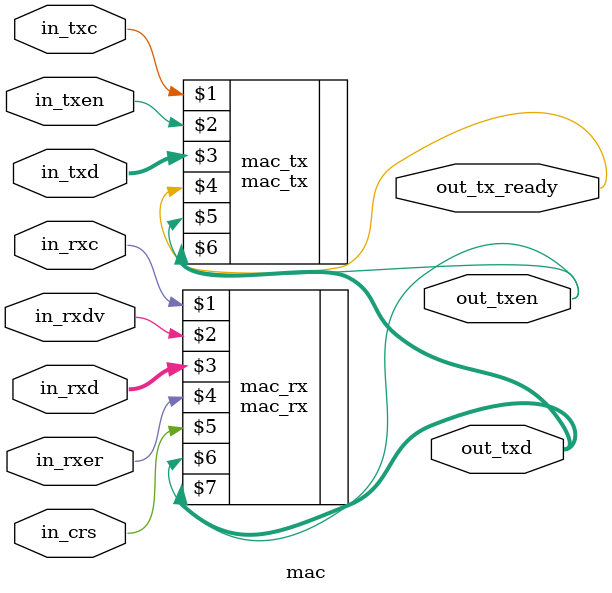
<source format=v>
module mac(
    input   wire        in_txc,         // transmit clock (higher layer to mac)
    input   wire        in_txen,        // higher layer to mac transmit enable
    input   wire [7:0]  in_txd,         // higher layer to mac transmit data
    input   wire        in_rxc,         // receive clock (mii/phy to mac)
    input   wire        in_rxdv,        // mii/phy to mac receive data valid
    input   wire [7:0]  in_rxd,         // mii/phy to mac receive data
    input   wire        in_rxer,        // mii/phy to mac receive err
    input   wire        in_crs,         // mii/phy to mac carrier sense
    output  wire        out_tx_ready,   // mac to higher layer signalling payload can be received
    output  wire        out_txen,       // mac to mii/phy transmit enable
    output  wire [7:0]  out_txd         // mac to mii/phy transmit data
    );

    // When data is received from the from the MII(PHY), we need to deconstruct the frame into it's
    // constituents for the MII to pass it forward to the data-link layer of the OSI model.
    mac_rx mac_rx(in_rxc, in_rxdv, in_rxd, in_rxer, in_crs, out_txen, out_txd);

    // When data is received from the data-link layer of the OSI, we need to construct an ethernet
    // frame and pass it to the MII so that it can forward it to the PHY.
    mac_tx mac_tx(in_txc, in_txen, in_txd, out_tx_ready, out_txen, out_txd);

endmodule

</source>
